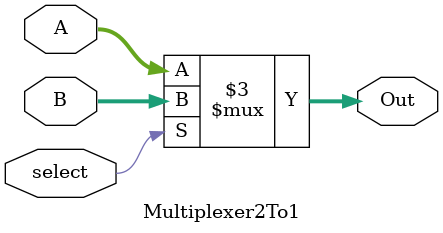
<source format=v>
`timescale 1ns / 1ps


module Multiplexer2To1(
	input [31:0]A,
	input [31:0]B,
	input select,
	
	output reg [31:0]Out
    );
	 
	 always@(*)
	 begin
	 
		if(select)
			Out = B;
		else
			Out = A;
			
	 end


endmodule

</source>
